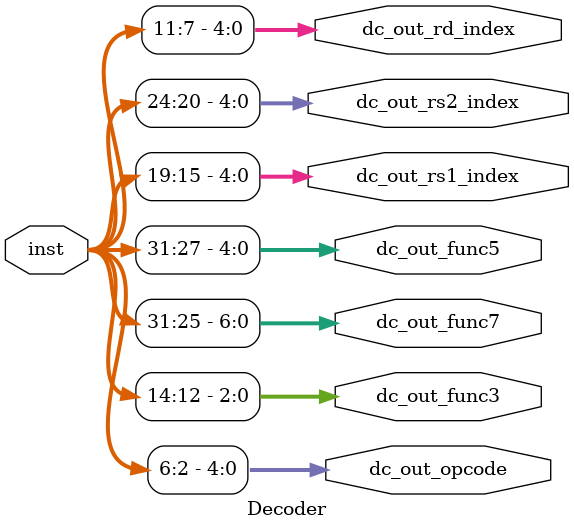
<source format=v>
module Decoder (
	input [31:0] inst,
	output [4:0] dc_out_opcode,
	output [2:0] dc_out_func3,
	output [6:0] dc_out_func7, /*move to 7 bit*/
	output [4:0] dc_out_func5,
	output [4:0] dc_out_rs1_index,
	output [4:0] dc_out_rs2_index,
	output [4:0] dc_out_rd_index
);


	assign dc_out_opcode = inst[6:2];
	assign dc_out_func3 = inst[14:12];
	assign dc_out_func5 = inst[31:27];
	assign dc_out_func7 = inst[31:25]; /*move to 7 bit*/
	assign dc_out_rs1_index = inst[19:15];
	assign dc_out_rs2_index = inst[24:20];
	assign dc_out_rd_index = inst[11:7];


endmodule

</source>
